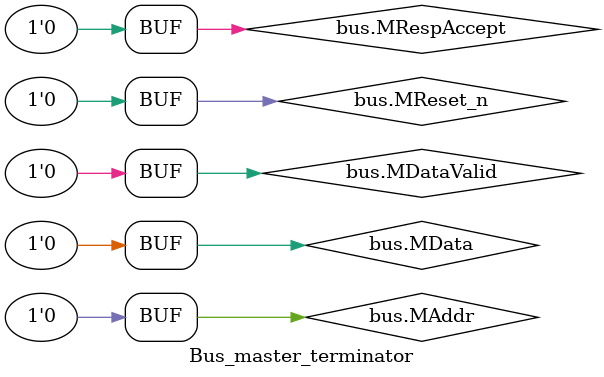
<source format=sv>
module Bus_master_terminator
  ( Bus_if.master bus );

  assign
    bus.MReset_n = 1'b0,
    bus.MCmd = Bus::IDLE,
    bus.MDataValid = 1'b0,
    bus.MData = '0,
    bus.MAddr = '0,
    bus.MRespAccept = 1'b0;


endmodule


// vim: expandtab ts=2 sw=2 softtabstop=2 smarttab:

</source>
